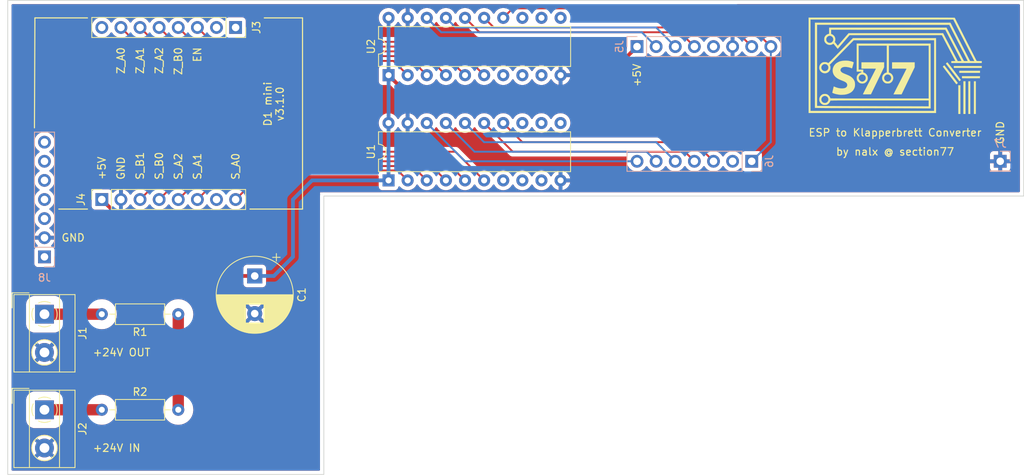
<source format=kicad_pcb>
(kicad_pcb (version 20211014) (generator pcbnew)
  (layers (0 "F.Cu" signal) (31 "B.Cu" signal) (34 "B.Paste" user) (35 "F.Paste" user) (36 "B.SilkS" user "B.Silkscreen") (37 "F.SilkS" user "F.Silkscreen") (38 "B.Mask" user) (39 "F.Mask" user) (44 "Edge.Cuts" user))
  (net 0 "")
  (net 1 "+5V")
  (net 2 "GND")
  (net 3 "Net-(J1-Pad1)")
  (net 4 "+24V")
  (net 9 "Net-(J5-Pad2)")
  (net 10 "Net-(J5-Pad3)")
  (net 11 "Net-(J5-Pad4)")
  (net 13 "Net-(J5-Pad7)")
  (net 14 "Net-(J5-Pad8)")
  (net 16 "Net-(U1-Pad14)")
  (net 17 "Net-(U1-Pad15)")
  (net 18 "Net-(U1-Pad16)")
  (net 19 "Net-(U1-Pad17)")
  (net 20 "Net-(U1-Pad18)")
  (net 27 "Net-(R1-Pad1)")
  (net 40 "Net-(U1-Pad2)")
  (net 41 "Net-(U1-Pad3)")
  (net 42 "Net-(U1-Pad4)")
  (net 43 "Net-(U1-Pad5)")
  (net 44 "Net-(U1-Pad6)")
  (net 45 "Net-(U2-Pad6)")
  (net 46 "Net-(U2-Pad5)")
  (net 47 "Net-(U2-Pad4)")
  (net 48 "Net-(U2-Pad3)")
  (net 49 "Net-(U2-Pad2)")
  (footprint "TerminalBlock_MetzConnect:TerminalBlock_MetzConnect_Type101_RT01602HBWC_1x02_P5.08mm_Horizontal" (layer "F.Cu") (at 55.88 76.2 -90)
    (fp_text reference "J1" (at 2.54 -5.06 90) (layer "F.SilkS"))
    (fp_text value "24V_OUT")
    (pad "1" thru_hole rect (at 0 0 270) (size 2.5 2.5) (drill 1.3) (layers *.Cu *.Mask) (net 3 "Net-(J1-Pad1)"))
    (pad "2" thru_hole circle (at 5.08 0 270) (size 2.5 2.5) (drill 1.3) (layers *.Cu *.Mask) (net 2 "GND"))
  )
  (footprint "Resistor_THT:R_Axial_DIN0207_L6.3mm_D2.5mm_P10.16mm_Horizontal" (layer "F.Cu") (at 63.5 88.9)
    (fp_text reference "R2" (at 5.08 -2.37) (layer "F.SilkS"))
    (fp_text value "R")
    (pad "1" thru_hole circle (at 0 0) (size 1.6 1.6) (drill 0.8) (layers *.Cu *.Mask) (net 4 "+24V"))
    (pad "2" thru_hole oval (at 10.16 0) (size 1.6 1.6) (drill 0.8) (layers *.Cu *.Mask) (net 27 "Net-(R1-Pad1)"))
  )
  (footprint "lib:section77_logo_kicad" (layer "F.Cu") (at 168.91 43.18)
    (fp_text reference "Ref**" hide)
    (fp_text value "Val**" hide)
  )
  (footprint "Capacitor_THT:CP_Radial_D10.0mm_P5.00mm" (layer "F.Cu") (at 83.82 71.12 -90)
    (fp_text reference "C1" (at 2.5 -6.25 90) (layer "F.SilkS"))
    (fp_text value "16V 470µF")
    (pad "1" thru_hole rect (at 0 0 270) (size 2 2) (drill 1) (layers *.Cu *.Mask) (net 1 "+5V"))
    (pad "2" thru_hole circle (at 5 0 270) (size 2 2) (drill 1) (layers *.Cu *.Mask) (net 2 "GND"))
  )
  (footprint "Package_DIP:DIP-20_W7.62mm" (layer "F.Cu") (at 101.6 58.42 90)
    (fp_text reference "U1" (at 3.81 -2.33 90) (layer "F.SilkS"))
    (fp_text value "74HCT245")
    (pad "1" thru_hole rect (at 0 0 90) (size 1.6 1.6) (drill 0.8) (layers *.Cu *.Mask) (net 1 "+5V"))
    (pad "2" thru_hole oval (at 0 2.54 90) (size 1.6 1.6) (drill 0.8) (layers *.Cu *.Mask) (net 40 "Net-(U1-Pad2)"))
    (pad "3" thru_hole oval (at 0 5.08 90) (size 1.6 1.6) (drill 0.8) (layers *.Cu *.Mask) (net 41 "Net-(U1-Pad3)"))
    (pad "4" thru_hole oval (at 0 7.62 90) (size 1.6 1.6) (drill 0.8) (layers *.Cu *.Mask) (net 42 "Net-(U1-Pad4)"))
    (pad "5" thru_hole oval (at 0 10.16 90) (size 1.6 1.6) (drill 0.8) (layers *.Cu *.Mask) (net 43 "Net-(U1-Pad5)"))
    (pad "6" thru_hole oval (at 0 12.7 90) (size 1.6 1.6) (drill 0.8) (layers *.Cu *.Mask) (net 44 "Net-(U1-Pad6)"))
    (pad "7" thru_hole oval (at 0 15.24 90) (size 1.6 1.6) (drill 0.8) (layers *.Cu *.Mask))
    (pad "8" thru_hole oval (at 0 17.78 90) (size 1.6 1.6) (drill 0.8) (layers *.Cu *.Mask))
    (pad "9" thru_hole oval (at 0 20.32 90) (size 1.6 1.6) (drill 0.8) (layers *.Cu *.Mask))
    (pad "10" thru_hole oval (at 0 22.86 90) (size 1.6 1.6) (drill 0.8) (layers *.Cu *.Mask) (net 2 "GND"))
    (pad "11" thru_hole oval (at 7.62 22.86 90) (size 1.6 1.6) (drill 0.8) (layers *.Cu *.Mask))
    (pad "12" thru_hole oval (at 7.62 20.32 90) (size 1.6 1.6) (drill 0.8) (layers *.Cu *.Mask))
    (pad "13" thru_hole oval (at 7.62 17.78 90) (size 1.6 1.6) (drill 0.8) (layers *.Cu *.Mask))
    (pad "14" thru_hole oval (at 7.62 15.24 90) (size 1.6 1.6) (drill 0.8) (layers *.Cu *.Mask) (net 16 "Net-(U1-Pad14)"))
    (pad "15" thru_hole oval (at 7.62 12.7 90) (size 1.6 1.6) (drill 0.8) (layers *.Cu *.Mask) (net 17 "Net-(U1-Pad15)"))
    (pad "16" thru_hole oval (at 7.62 10.16 90) (size 1.6 1.6) (drill 0.8) (layers *.Cu *.Mask) (net 18 "Net-(U1-Pad16)"))
    (pad "17" thru_hole oval (at 7.62 7.62 90) (size 1.6 1.6) (drill 0.8) (layers *.Cu *.Mask) (net 19 "Net-(U1-Pad17)"))
    (pad "18" thru_hole oval (at 7.62 5.08 90) (size 1.6 1.6) (drill 0.8) (layers *.Cu *.Mask) (net 20 "Net-(U1-Pad18)"))
    (pad "19" thru_hole oval (at 7.62 2.54 90) (size 1.6 1.6) (drill 0.8) (layers *.Cu *.Mask) (net 2 "GND"))
    (pad "20" thru_hole oval (at 7.62 0 90) (size 1.6 1.6) (drill 0.8) (layers *.Cu *.Mask) (net 1 "+5V"))
  )
  (footprint "Resistor_THT:R_Axial_DIN0207_L6.3mm_D2.5mm_P10.16mm_Horizontal" (layer "F.Cu") (at 73.66 76.2 180)
    (fp_text reference "R1" (at 5.08 -2.37) (layer "F.SilkS"))
    (fp_text value "R")
    (pad "1" thru_hole circle (at 0 0 180) (size 1.6 1.6) (drill 0.8) (layers *.Cu *.Mask) (net 27 "Net-(R1-Pad1)"))
    (pad "2" thru_hole oval (at 10.16 0 180) (size 1.6 1.6) (drill 0.8) (layers *.Cu *.Mask) (net 3 "Net-(J1-Pad1)"))
  )
  (footprint "Connector_PinSocket_2.54mm:PinSocket_1x08_P2.54mm_Vertical" (layer "F.Cu") (at 63.5 60.96 90)
    (fp_text reference "J4" (at 0 -2.77 90) (layer "F.SilkS"))
    (fp_text value "D1_RIGHT")
    (pad "1" thru_hole rect (at 0 0 90) (size 1.7 1.7) (drill 1) (layers *.Cu *.Mask) (net 1 "+5V"))
    (pad "2" thru_hole oval (at 0 2.54 90) (size 1.7 1.7) (drill 1) (layers *.Cu *.Mask) (net 2 "GND"))
    (pad "3" thru_hole oval (at 0 5.08 90) (size 1.7 1.7) (drill 1) (layers *.Cu *.Mask) (net 44 "Net-(U1-Pad6)"))
    (pad "4" thru_hole oval (at 0 7.62 90) (size 1.7 1.7) (drill 1) (layers *.Cu *.Mask) (net 43 "Net-(U1-Pad5)"))
    (pad "5" thru_hole oval (at 0 10.16 90) (size 1.7 1.7) (drill 1) (layers *.Cu *.Mask) (net 42 "Net-(U1-Pad4)"))
    (pad "6" thru_hole oval (at 0 12.7 90) (size 1.7 1.7) (drill 1) (layers *.Cu *.Mask) (net 41 "Net-(U1-Pad3)"))
    (pad "7" thru_hole oval (at 0 15.24 90) (size 1.7 1.7) (drill 1) (layers *.Cu *.Mask))
    (pad "8" thru_hole oval (at 0 17.78 90) (size 1.7 1.7) (drill 1) (layers *.Cu *.Mask) (net 40 "Net-(U1-Pad2)"))
  )
  (footprint "Connector_PinSocket_2.54mm:PinSocket_1x08_P2.54mm_Vertical" (layer "F.Cu") (at 81.28 38.1 -90)
    (fp_text reference "J3" (at 0 -2.77 90) (layer "F.SilkS"))
    (fp_text value "D1_LEFT")
    (pad "1" thru_hole rect (at 0 0 270) (size 1.7 1.7) (drill 1) (layers *.Cu *.Mask))
    (pad "2" thru_hole oval (at 0 2.54 270) (size 1.7 1.7) (drill 1) (layers *.Cu *.Mask))
    (pad "3" thru_hole oval (at 0 5.08 270) (size 1.7 1.7) (drill 1) (layers *.Cu *.Mask) (net 45 "Net-(U2-Pad6)"))
    (pad "4" thru_hole oval (at 0 7.62 270) (size 1.7 1.7) (drill 1) (layers *.Cu *.Mask) (net 46 "Net-(U2-Pad5)"))
    (pad "5" thru_hole oval (at 0 10.16 270) (size 1.7 1.7) (drill 1) (layers *.Cu *.Mask) (net 47 "Net-(U2-Pad4)"))
    (pad "6" thru_hole oval (at 0 12.7 270) (size 1.7 1.7) (drill 1) (layers *.Cu *.Mask) (net 48 "Net-(U2-Pad3)"))
    (pad "7" thru_hole oval (at 0 15.24 270) (size 1.7 1.7) (drill 1) (layers *.Cu *.Mask) (net 49 "Net-(U2-Pad2)"))
    (pad "8" thru_hole oval (at 0 17.78 270) (size 1.7 1.7) (drill 1) (layers *.Cu *.Mask))
  )
  (footprint "TerminalBlock_MetzConnect:TerminalBlock_MetzConnect_Type101_RT01602HBWC_1x02_P5.08mm_Horizontal" (layer "F.Cu") (at 55.88 88.9 -90)
    (fp_text reference "J2" (at 2.54 -5.06 90) (layer "F.SilkS"))
    (fp_text value "24V_IN")
    (pad "1" thru_hole rect (at 0 0 270) (size 2.5 2.5) (drill 1.3) (layers *.Cu *.Mask) (net 4 "+24V"))
    (pad "2" thru_hole circle (at 5.08 0 270) (size 2.5 2.5) (drill 1.3) (layers *.Cu *.Mask) (net 2 "GND"))
  )
  (footprint "Package_DIP:DIP-20_W7.62mm" (layer "F.Cu") (at 101.605 44.44 90)
    (fp_text reference "U2" (at 3.81 -2.33 90) (layer "F.SilkS"))
    (fp_text value "74HCT245")
    (pad "1" thru_hole rect (at 0 0 90) (size 1.6 1.6) (drill 0.8) (layers *.Cu *.Mask) (net 1 "+5V"))
    (pad "2" thru_hole oval (at 0 2.54 90) (size 1.6 1.6) (drill 0.8) (layers *.Cu *.Mask) (net 49 "Net-(U2-Pad2)"))
    (pad "3" thru_hole oval (at 0 5.08 90) (size 1.6 1.6) (drill 0.8) (layers *.Cu *.Mask) (net 48 "Net-(U2-Pad3)"))
    (pad "4" thru_hole oval (at 0 7.62 90) (size 1.6 1.6) (drill 0.8) (layers *.Cu *.Mask) (net 47 "Net-(U2-Pad4)"))
    (pad "5" thru_hole oval (at 0 10.16 90) (size 1.6 1.6) (drill 0.8) (layers *.Cu *.Mask) (net 46 "Net-(U2-Pad5)"))
    (pad "6" thru_hole oval (at 0 12.7 90) (size 1.6 1.6) (drill 0.8) (layers *.Cu *.Mask) (net 45 "Net-(U2-Pad6)"))
    (pad "7" thru_hole oval (at 0 15.24 90) (size 1.6 1.6) (drill 0.8) (layers *.Cu *.Mask))
    (pad "8" thru_hole oval (at 0 17.78 90) (size 1.6 1.6) (drill 0.8) (layers *.Cu *.Mask))
    (pad "9" thru_hole oval (at 0 20.32 90) (size 1.6 1.6) (drill 0.8) (layers *.Cu *.Mask))
    (pad "10" thru_hole oval (at 0 22.86 90) (size 1.6 1.6) (drill 0.8) (layers *.Cu *.Mask) (net 2 "GND"))
    (pad "11" thru_hole oval (at 7.62 22.86 90) (size 1.6 1.6) (drill 0.8) (layers *.Cu *.Mask))
    (pad "12" thru_hole oval (at 7.62 20.32 90) (size 1.6 1.6) (drill 0.8) (layers *.Cu *.Mask))
    (pad "13" thru_hole oval (at 7.62 17.78 90) (size 1.6 1.6) (drill 0.8) (layers *.Cu *.Mask))
    (pad "14" thru_hole oval (at 7.62 15.24 90) (size 1.6 1.6) (drill 0.8) (layers *.Cu *.Mask) (net 14 "Net-(J5-Pad8)"))
    (pad "15" thru_hole oval (at 7.62 12.7 90) (size 1.6 1.6) (drill 0.8) (layers *.Cu *.Mask) (net 13 "Net-(J5-Pad7)"))
    (pad "16" thru_hole oval (at 7.62 10.16 90) (size 1.6 1.6) (drill 0.8) (layers *.Cu *.Mask) (net 11 "Net-(J5-Pad4)"))
    (pad "17" thru_hole oval (at 7.62 7.62 90) (size 1.6 1.6) (drill 0.8) (layers *.Cu *.Mask) (net 10 "Net-(J5-Pad3)"))
    (pad "18" thru_hole oval (at 7.62 5.08 90) (size 1.6 1.6) (drill 0.8) (layers *.Cu *.Mask) (net 9 "Net-(J5-Pad2)"))
    (pad "19" thru_hole oval (at 7.62 2.54 90) (size 1.6 1.6) (drill 0.8) (layers *.Cu *.Mask) (net 2 "GND"))
    (pad "20" thru_hole oval (at 7.62 0 90) (size 1.6 1.6) (drill 0.8) (layers *.Cu *.Mask) (net 1 "+5V"))
  )
  (footprint "Connector_PinSocket_2.54mm:PinSocket_1x07_P2.54mm_Vertical" (layer "B.Cu") (at 55.88 68.58)
    (fp_text reference "J8" (at 0 2.77) (layer "B.SilkS") (effects (justify mirror)))
    (fp_text value "BOARD")
    (pad "1" thru_hole rect (at 0 0) (size 1.7 1.7) (drill 1) (layers *.Cu *.Mask))
    (pad "2" thru_hole oval (at 0 -2.54) (size 1.7 1.7) (drill 1) (layers *.Cu *.Mask) (net 2 "GND"))
    (pad "3" thru_hole oval (at 0 -5.08) (size 1.7 1.7) (drill 1) (layers *.Cu *.Mask))
    (pad "4" thru_hole oval (at 0 -7.62) (size 1.7 1.7) (drill 1) (layers *.Cu *.Mask))
    (pad "5" thru_hole oval (at 0 -10.16) (size 1.7 1.7) (drill 1) (layers *.Cu *.Mask))
    (pad "6" thru_hole oval (at 0 -12.7) (size 1.7 1.7) (drill 1) (layers *.Cu *.Mask))
    (pad "7" thru_hole oval (at 0 -15.24) (size 1.7 1.7) (drill 1) (layers *.Cu *.Mask))
  )
  (footprint "Connector_PinHeader_2.54mm:PinHeader_1x07_P2.54mm_Vertical" (layer "B.Cu") (at 149.86 55.88 90)
    (fp_text reference "J6" (at 0 2.33 90) (layer "B.SilkS") (effects (justify mirror)))
    (fp_text value "UC_DOWN")
    (pad "1" thru_hole rect (at 0 0 90) (size 1.7 1.7) (drill 1) (layers *.Cu *.Mask) (net 14 "Net-(J5-Pad8)"))
    (pad "2" thru_hole oval (at 0 -2.54 90) (size 1.7 1.7) (drill 1) (layers *.Cu *.Mask))
    (pad "3" thru_hole oval (at 0 -5.08 90) (size 1.7 1.7) (drill 1) (layers *.Cu *.Mask) (net 16 "Net-(U1-Pad14)"))
    (pad "4" thru_hole oval (at 0 -7.62 90) (size 1.7 1.7) (drill 1) (layers *.Cu *.Mask) (net 17 "Net-(U1-Pad15)"))
    (pad "5" thru_hole oval (at 0 -10.16 90) (size 1.7 1.7) (drill 1) (layers *.Cu *.Mask) (net 18 "Net-(U1-Pad16)"))
    (pad "6" thru_hole oval (at 0 -12.7 90) (size 1.7 1.7) (drill 1) (layers *.Cu *.Mask) (net 19 "Net-(U1-Pad17)"))
    (pad "7" thru_hole oval (at 0 -15.24 90) (size 1.7 1.7) (drill 1) (layers *.Cu *.Mask) (net 20 "Net-(U1-Pad18)"))
  )
  (footprint "Connector_PinHeader_2.54mm:PinHeader_1x01_P2.54mm_Vertical" (layer "B.Cu") (at 182.88 55.88 180)
    (fp_text reference "J7" (at 0 2.33) (layer "B.SilkS") (effects (justify mirror)))
    (fp_text value "UC_GND")
    (pad "1" thru_hole rect (at 0 0 180) (size 1.7 1.7) (drill 1) (layers *.Cu *.Mask) (net 2 "GND"))
  )
  (footprint "Connector_PinHeader_2.54mm:PinHeader_1x08_P2.54mm_Vertical" (layer "B.Cu") (at 134.62 40.64 -90)
    (fp_text reference "J5" (at 0 2.33 90) (layer "B.SilkS") (effects (justify mirror)))
    (fp_text value "UC_TOP")
    (pad "1" thru_hole rect (at 0 0 270) (size 1.7 1.7) (drill 1) (layers *.Cu *.Mask) (net 1 "+5V"))
    (pad "2" thru_hole oval (at 0 -2.54 270) (size 1.7 1.7) (drill 1) (layers *.Cu *.Mask) (net 9 "Net-(J5-Pad2)"))
    (pad "3" thru_hole oval (at 0 -5.08 270) (size 1.7 1.7) (drill 1) (layers *.Cu *.Mask) (net 10 "Net-(J5-Pad3)"))
    (pad "4" thru_hole oval (at 0 -7.62 270) (size 1.7 1.7) (drill 1) (layers *.Cu *.Mask) (net 11 "Net-(J5-Pad4)"))
    (pad "5" thru_hole oval (at 0 -10.16 270) (size 1.7 1.7) (drill 1) (layers *.Cu *.Mask))
    (pad "6" thru_hole oval (at 0 -12.7 270) (size 1.7 1.7) (drill 1) (layers *.Cu *.Mask) (net 2 "GND"))
    (pad "7" thru_hole oval (at 0 -15.24 270) (size 1.7 1.7) (drill 1) (layers *.Cu *.Mask) (net 13 "Net-(J5-Pad7)"))
    (pad "8" thru_hole oval (at 0 -17.78 270) (size 1.7 1.7) (drill 1) (layers *.Cu *.Mask) (net 14 "Net-(J5-Pad8)"))
  )
  (gr_line (start 90.17 36.83) (end 90.17 62.23) (layer "F.SilkS") (width 0.15))
  (gr_line (start 54.61 36.83) (end 61.595 36.83) (layer "F.SilkS") (width 0.15))
  (gr_line (start 90.17 62.23) (end 83.185 62.23) (layer "F.SilkS") (width 0.15))
  (gr_line (start 85.09 36.83) (end 90.17 36.83) (layer "F.SilkS") (width 0.15))
  (gr_line (start 54.55 51.435) (end 54.61 36.83) (layer "F.SilkS") (width 0.15))
  (gr_line (start 61.595 62.23) (end 57.785 62.23) (layer "F.SilkS") (width 0.15))
  (gr_poly (pts (xy 186 60.5) (xy 93 60.5) (xy 93 97.5) (xy 51 97.5) (xy 51 34.5) (xy 186 34.5)) (layer "Edge.Cuts") (width 0.1) (fill none))
  (gr_text "S_B1" (at 68.58 58.42 90) (layer "F.SilkS") (effects (font (size 1 1)) (justify left)))
  (gr_text "by nalx @ section77" (at 168.91 54.61) (layer "F.SilkS") (effects (font (size 1 1))))
  (gr_text "+5V" (at 63.5 58.42 90) (layer "F.SilkS") (effects (font (size 1 1)) (justify left)))
  (gr_text "ESP to Klapperbrett Converter" (at 168.91 52.07) (layer "F.SilkS") (effects (font (size 1 1))))
  (gr_text "S_B0" (at 71.12 58.42 90) (layer "F.SilkS") (effects (font (size 1 1)) (justify left)))
  (gr_text "Z_A0" (at 66.04 40.64 90) (layer "F.SilkS") (effects (font (size 1 1)) (justify right)))
  (gr_text "+24V OUT" (at 62.23 81.28) (layer "F.SilkS") (effects (font (size 1 1)) (justify left)))
  (gr_text "S_A0" (at 81.28 58.42 90) (layer "F.SilkS") (effects (font (size 1 1)) (justify left)))
  (gr_text "GND" (at 182.88 52.07 90) (layer "F.SilkS") (effects (font (size 1 1))))
  (gr_text "Z_A1" (at 68.58 40.64 90) (layer "F.SilkS") (effects (font (size 1 1)) (justify right)))
  (gr_text "Z_B0" (at 73.66 40.64 90) (layer "F.SilkS") (effects (font (size 1 1)) (justify right)))
  (gr_text "S_A1" (at 76.2 58.42 90) (layer "F.SilkS") (effects (font (size 1 1)) (justify left)))
  (gr_text "GND" (at 59.69 66.04) (layer "F.SilkS") (effects (font (size 1 1))))
  (gr_text "Z_A2" (at 71.12 40.64 90) (layer "F.SilkS") (effects (font (size 1 1)) (justify right)))
  (gr_text "GND" (at 66.04 58.42 90) (layer "F.SilkS") (effects (font (size 1 1)) (justify left)))
  (gr_text "+5V" (at 134.62 44.45 90) (layer "F.SilkS") (effects (font (size 1 1))))
  (gr_text "+24V IN" (at 62.23 93.98) (layer "F.SilkS") (effects (font (size 1 1)) (justify left)))
  (gr_text "S_A2" (at 73.66 58.42 90) (layer "F.SilkS") (effects (font (size 1 1)) (justify left)))
  (gr_text "D1 mini\nv3.1.0" (at 86.36 48.26 90) (layer "F.SilkS") (effects (font (size 1 1))))
  (gr_text "EN" (at 76.2 40.64 90) (layer "F.SilkS") (effects (font (size 1 1)) (justify right)))
  (segment (start 104.79 47.625) (end 101.605 44.44) (width 0.5) (layer "F.Cu") (net 1))
  (segment (start 134.62 40.64) (end 127.635 47.625) (width 0.5) (layer "F.Cu") (net 1))
  (segment (start 83.82 71.12) (end 73.66 71.12) (width 0.5) (layer "F.Cu") (net 1))
  (segment (start 127.635 47.625) (end 104.79 47.625) (width 0.5) (layer "F.Cu") (net 1))
  (segment (start 73.66 71.12) (end 63.5 60.96) (width 0.5) (layer "F.Cu") (net 1))
  (segment (start 86.36 71.12) (end 88.9 68.58) (width 0.5) (layer "B.Cu") (net 1))
  (segment (start 101.6 50.8) (end 101.6 58.42) (width 0.5) (layer "B.Cu") (net 1))
  (segment (start 88.9 68.58) (end 88.9 60.96) (width 0.5) (layer "B.Cu") (net 1))
  (segment (start 88.9 60.96) (end 91.44 58.42) (width 0.5) (layer "B.Cu") (net 1))
  (segment (start 101.605 36.82) (end 101.605 44.44) (width 0.5) (layer "B.Cu") (net 1))
  (segment (start 91.44 58.42) (end 101.6 58.42) (width 0.5) (layer "B.Cu") (net 1))
  (segment (start 101.605 50.795) (end 101.6 50.8) (width 0.5) (layer "B.Cu") (net 1))
  (segment (start 101.605 44.44) (end 101.605 50.795) (width 0.5) (layer "B.Cu") (net 1))
  (segment (start 83.82 71.12) (end 86.36 71.12) (width 0.5) (layer "B.Cu") (net 1))
  (segment (start 63.5 76.2) (end 55.88 76.2) (width 1.5) (layer "F.Cu") (net 3))
  (segment (start 63.5 88.9) (end 55.88 88.9) (width 1.5) (layer "F.Cu") (net 4))
  (segment (start 137.16 40.64) (end 135.255 38.735) (width 0.25) (layer "B.Cu") (net 9))
  (segment (start 135.255 38.735) (end 108.6 38.735) (width 0.25) (layer "B.Cu") (net 9))
  (segment (start 108.6 38.735) (end 106.685 36.82) (width 0.25) (layer "B.Cu") (net 9))
  (segment (start 110.505 38.1) (end 109.225 36.82) (width 0.25) (layer "B.Cu") (net 10))
  (segment (start 139.7 40.64) (end 137.16 38.1) (width 0.25) (layer "B.Cu") (net 10))
  (segment (start 137.16 38.1) (end 110.505 38.1) (width 0.25) (layer "B.Cu") (net 10))
  (segment (start 113.68 38.735) (end 111.765 36.82) (width 0.25) (layer "F.Cu") (net 11))
  (segment (start 140.335 38.735) (end 113.68 38.735) (width 0.25) (layer "F.Cu") (net 11))
  (segment (start 142.24 40.64) (end 140.335 38.735) (width 0.25) (layer "F.Cu") (net 11))
  (segment (start 115.585 38.1) (end 114.305 36.82) (width 0.25) (layer "F.Cu") (net 13))
  (segment (start 147.32 38.1) (end 115.585 38.1) (width 0.25) (layer "F.Cu") (net 13))
  (segment (start 149.86 40.64) (end 147.32 38.1) (width 0.25) (layer "F.Cu") (net 13))
  (segment (start 118.105 35.56) (end 116.845 36.82) (width 0.25) (layer "F.Cu") (net 14))
  (segment (start 152.4 40.64) (end 147.32 35.56) (width 0.25) (layer "F.Cu") (net 14))
  (segment (start 147.32 35.56) (end 118.105 35.56) (width 0.25) (layer "F.Cu") (net 14))
  (segment (start 152.4 40.64) (end 152.4 53.34) (width 0.25) (layer "B.Cu") (net 14))
  (segment (start 152.4 53.34) (end 149.86 55.88) (width 0.25) (layer "B.Cu") (net 14))
  (segment (start 144.78 55.88) (end 142.24 53.34) (width 0.25) (layer "F.Cu") (net 16))
  (segment (start 142.24 53.34) (end 119.38 53.34) (width 0.25) (layer "F.Cu") (net 16))
  (segment (start 119.38 53.34) (end 116.84 50.8) (width 0.25) (layer "F.Cu") (net 16))
  (segment (start 142.24 55.88) (end 140.97 54.61) (width 0.25) (layer "F.Cu") (net 17))
  (segment (start 140.97 54.61) (end 118.11 54.61) (width 0.25) (layer "F.Cu") (net 17))
  (segment (start 118.11 54.61) (end 114.3 50.8) (width 0.25) (layer "F.Cu") (net 17))
  (segment (start 137.16 53.34) (end 114.3 53.34) (width 0.25) (layer "B.Cu") (net 18))
  (segment (start 139.7 55.88) (end 137.16 53.34) (width 0.25) (layer "B.Cu") (net 18))
  (segment (start 114.3 53.34) (end 111.76 50.8) (width 0.25) (layer "B.Cu") (net 18))
  (segment (start 137.16 55.88) (end 135.89 54.61) (width 0.25) (layer "B.Cu") (net 19))
  (segment (start 113.03 54.61) (end 109.22 50.8) (width 0.25) (layer "B.Cu") (net 19))
  (segment (start 135.89 54.61) (end 113.03 54.61) (width 0.25) (layer "B.Cu") (net 19))
  (segment (start 134.62 55.88) (end 111.76 55.88) (width 0.25) (layer "B.Cu") (net 20))
  (segment (start 111.76 55.88) (end 106.68 50.8) (width 0.25) (layer "B.Cu") (net 20))
  (segment (start 73.66 88.9) (end 73.66 76.2) (width 1.5) (layer "F.Cu") (net 27))
  (segment (start 104.14 58.42) (end 102.815489 57.095489) (width 0.25) (layer "F.Cu") (net 40))
  (segment (start 102.815489 57.095489) (end 85.144511 57.095489) (width 0.25) (layer "F.Cu") (net 40))
  (segment (start 85.144511 57.095489) (end 81.28 60.96) (width 0.25) (layer "F.Cu") (net 40))
  (segment (start 104.775 56.515) (end 80.645 56.515) (width 0.25) (layer "F.Cu") (net 41))
  (segment (start 80.645 56.515) (end 76.2 60.96) (width 0.25) (layer "F.Cu") (net 41))
  (segment (start 106.68 58.42) (end 104.775 56.515) (width 0.25) (layer "F.Cu") (net 41))
  (segment (start 106.68 55.88) (end 78.74 55.88) (width 0.25) (layer "F.Cu") (net 42))
  (segment (start 109.22 58.42) (end 106.68 55.88) (width 0.25) (layer "F.Cu") (net 42))
  (segment (start 78.74 55.88) (end 73.66 60.96) (width 0.25) (layer "F.Cu") (net 42))
  (segment (start 108.585 55.245) (end 76.835 55.245) (width 0.25) (layer "F.Cu") (net 43))
  (segment (start 76.835 55.245) (end 71.12 60.96) (width 0.25) (layer "F.Cu") (net 43))
  (segment (start 111.76 58.42) (end 108.585 55.245) (width 0.25) (layer "F.Cu") (net 43))
  (segment (start 110.49 54.61) (end 74.93 54.61) (width 0.25) (layer "F.Cu") (net 44))
  (segment (start 74.93 54.61) (end 68.58 60.96) (width 0.25) (layer "F.Cu") (net 44))
  (segment (start 114.3 58.42) (end 110.49 54.61) (width 0.25) (layer "F.Cu") (net 44))
  (segment (start 109.87 40.005) (end 114.305 44.44) (width 0.25) (layer "F.Cu") (net 45))
  (segment (start 109.87 40.005) (end 78.105 40.005) (width 0.25) (layer "F.Cu") (net 45))
  (segment (start 78.105 40.005) (end 76.2 38.1) (width 0.25) (layer "F.Cu") (net 45))
  (segment (start 107.965 40.64) (end 76.2 40.64) (width 0.25) (layer "F.Cu") (net 46))
  (segment (start 111.765 44.44) (end 107.965 40.64) (width 0.25) (layer "F.Cu") (net 46))
  (segment (start 76.2 40.64) (end 73.66 38.1) (width 0.25) (layer "F.Cu") (net 46))
  (segment (start 74.295 41.275) (end 71.12 38.1) (width 0.25) (layer "F.Cu") (net 47))
  (segment (start 109.225 44.44) (end 106.06 41.275) (width 0.25) (layer "F.Cu") (net 47))
  (segment (start 106.06 41.275) (end 74.295 41.275) (width 0.25) (layer "F.Cu") (net 47))
  (segment (start 104.155 41.91) (end 72.39 41.91) (width 0.25) (layer "F.Cu") (net 48))
  (segment (start 72.39 41.91) (end 68.58 38.1) (width 0.25) (layer "F.Cu") (net 48))
  (segment (start 106.685 44.44) (end 104.155 41.91) (width 0.25) (layer "F.Cu") (net 48))
  (segment (start 70.485 42.545) (end 66.04 38.1) (width 0.25) (layer "F.Cu") (net 49))
  (segment (start 102.25 42.545) (end 70.485 42.545) (width 0.25) (layer "F.Cu") (net 49))
  (segment (start 104.145 44.44) (end 102.25 42.545) (width 0.25) (layer "F.Cu") (net 49))
  (zone (net 2) (net_name "GND") (layer "F.Cu") (connect_pads (clearance 0.508)) (min_thickness 0.254) (fill yes (thermal_gap 0.508) (thermal_bridge_width 0.508))
    (polygon (pts (xy 185.5 60) (xy 92.5 60) (xy 92.5 97) (xy 51.5 97) (xy 51.5 35) (xy 185.5 35)))
  )
  (zone (net 2) (net_name "GND") (layer "B.Cu") (connect_pads (clearance 0.508)) (min_thickness 0.254) (fill yes (thermal_gap 0.508) (thermal_bridge_width 0.508))
    (polygon (pts (xy 185.5 60) (xy 92.5 60) (xy 92.5 97) (xy 51.5 97) (xy 51.5 35) (xy 185.5 35)))
  )
)
</source>
